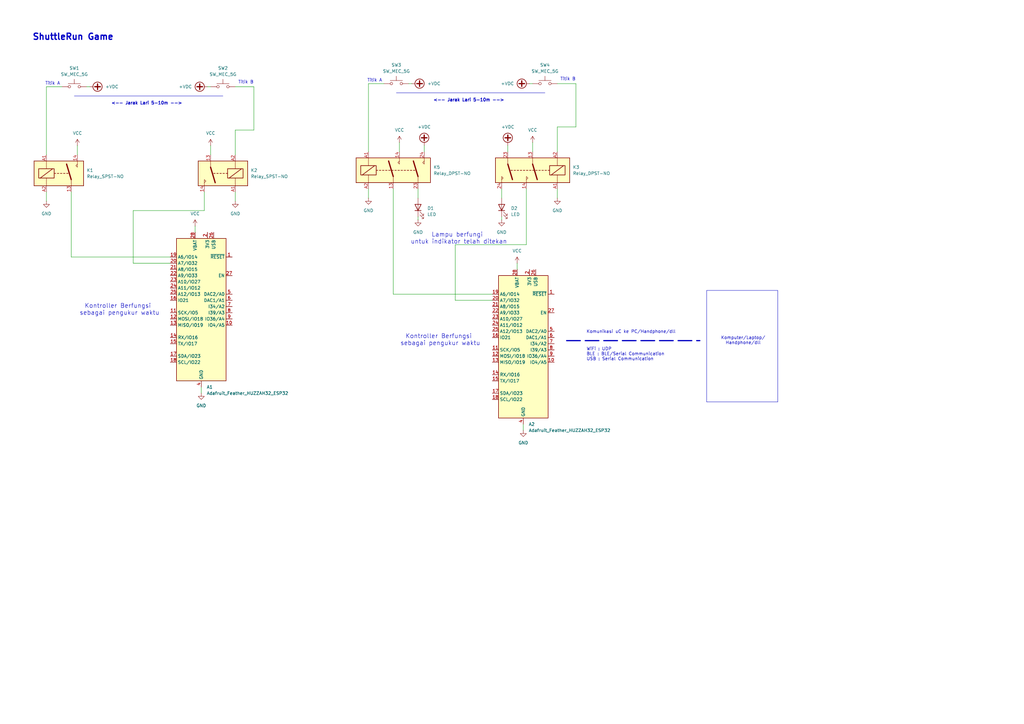
<source format=kicad_sch>
(kicad_sch (version 20231120) (generator "eeschema") (generator_version "8.0")
  (paper "A3")
  (lib_symbols
    (symbol "Device:LED" (pin_numbers hide) (pin_names (offset 1.016) hide)
      (property "Reference" "D" (at 0 2.54 0))
      (property "Value" "LED" (at 0 -2.54 0))
      (symbol "LED_0_1"
        (polyline (pts (xy -1.27 -1.27) (xy -1.27 1.27)) (stroke (width 0.254)))
        (polyline (pts (xy -1.27 0) (xy 1.27 0)))
        (polyline (pts (xy 1.27 -1.27) (xy 1.27 1.27) (xy -1.27 0) (xy 1.27 -1.27)) (stroke (width 0.254)))
        (polyline (pts (xy -3.048 -0.762) (xy -4.572 -2.286) (xy -3.81 -2.286) (xy -4.572 -2.286) (xy -4.572 -1.524)))
        (polyline (pts (xy -1.778 -0.762) (xy -3.302 -2.286) (xy -2.54 -2.286) (xy -3.302 -2.286) (xy -3.302 -1.524)))
      )
      (symbol "LED_1_1"
        (pin passive line (at -3.81 0 0) (length 2.54) (name "K") (number "1"))
        (pin passive line (at 3.81 0 180) (length 2.54) (name "A") (number "2"))
      )
    )
    (symbol "MCU_Module:Adafruit_Feather_HUZZAH32_ESP32"
      (property "Reference" "A" (at -10.16 29.21 0))
      (property "Value" "Adafruit_Feather_HUZZAH32_ESP32" (at 2.54 -31.75 0))
      (symbol "Adafruit_Feather_HUZZAH32_ESP32_0_1"
        (rectangle (start -10.16 27.94) (end 10.16 -30.48) (stroke (width 0.254)) (fill (type background)))
      )
      (symbol "Adafruit_Feather_HUZZAH32_ESP32_1_1"
        (pin input line (at 12.7 20.32 180) (length 2.54) (name "~{RESET}") (number "1"))
        (pin bidirectional line (at 12.7 -7.62 180) (length 2.54) (name "IO4/A5") (number "10"))
        (pin bidirectional line (at -12.7 -2.54 0) (length 2.54) (name "SCK/IO5") (number "11"))
        (pin bidirectional line (at -12.7 -5.08 0) (length 2.54) (name "MOSI/IO18") (number "12"))
        (pin bidirectional line (at -12.7 -7.62 0) (length 2.54) (name "MISO/IO19") (number "13"))
        (pin bidirectional line (at -12.7 -12.7 0) (length 2.54) (name "RX/IO16") (number "14"))
        (pin bidirectional line (at -12.7 -15.24 0) (length 2.54) (name "TX/IO17") (number "15"))
        (pin bidirectional line (at -12.7 2.54 0) (length 2.54) (name "IO21") (number "16"))
        (pin bidirectional line (at -12.7 -20.32 0) (length 2.54) (name "SDA/IO23") (number "17"))
        (pin bidirectional line (at -12.7 -22.86 0) (length 2.54) (name "SCL/IO22") (number "18"))
        (pin bidirectional line (at -12.7 20.32 0) (length 2.54) (name "A6/IO14") (number "19"))
        (pin power_in line (at 2.54 30.48 270) (length 2.54) (name "3V3") (number "2"))
        (pin bidirectional line (at -12.7 17.78 0) (length 2.54) (name "A7/IO32") (number "20"))
        (pin bidirectional line (at -12.7 15.24 0) (length 2.54) (name "A8/IO15") (number "21"))
        (pin bidirectional line (at -12.7 12.7 0) (length 2.54) (name "A9/IO33") (number "22"))
        (pin bidirectional line (at -12.7 10.16 0) (length 2.54) (name "A10/IO27") (number "23"))
        (pin bidirectional line (at -12.7 7.62 0) (length 2.54) (name "A11/IO12") (number "24"))
        (pin bidirectional line (at -12.7 5.08 0) (length 2.54) (name "A12/IO13") (number "25"))
        (pin power_in line (at 5.08 30.48 270) (length 2.54) (name "USB") (number "26"))
        (pin input line (at 12.7 12.7 180) (length 2.54) (name "EN") (number "27"))
        (pin power_in line (at -2.54 30.48 270) (length 2.54) (name "VBAT") (number "28"))
        (pin no_connect line (at 10.16 10.16 180) (length 2.54) hide (name "NC") (number "3"))
        (pin power_in line (at 0 -33.02 90) (length 2.54) (name "GND") (number "4"))
        (pin bidirectional line (at 12.7 5.08 180) (length 2.54) (name "DAC2/A0") (number "5"))
        (pin bidirectional line (at 12.7 2.54 180) (length 2.54) (name "DAC1/A1") (number "6"))
        (pin bidirectional line (at 12.7 0 180) (length 2.54) (name "I34/A2") (number "7"))
        (pin bidirectional line (at 12.7 -2.54 180) (length 2.54) (name "I39/A3") (number "8"))
        (pin bidirectional line (at 12.7 -5.08 180) (length 2.54) (name "IO36/A4") (number "9"))
      )
    )
    (symbol "Relay:Relay_DPST-NO"
      (property "Reference" "K" (at 16.51 3.81 0))
      (property "Value" "Relay_DPST-NO" (at 16.51 1.27 0))
      (symbol "Relay_DPST-NO_0_1"
        (rectangle (start -15.24 5.08) (end 15.24 -5.08) (stroke (width 0.254)) (fill (type background)))
        (rectangle (start -13.335 1.905) (end -6.985 -1.905) (stroke (width 0.254)))
        (polyline (pts (xy -12.7 -1.905) (xy -7.62 1.905)) (stroke (width 0.254)))
        (polyline (pts (xy -10.16 -5.08) (xy -10.16 -1.905)))
        (polyline (pts (xy -10.16 5.08) (xy -10.16 1.905)))
        (polyline (pts (xy -6.985 0) (xy -6.35 0)) (stroke (width 0.254)))
        (polyline (pts (xy -5.715 0) (xy -5.08 0)) (stroke (width 0.254)))
        (polyline (pts (xy -4.445 0) (xy -3.81 0)) (stroke (width 0.254)))
        (polyline (pts (xy -3.175 0) (xy -2.54 0)) (stroke (width 0.254)))
        (polyline (pts (xy -1.905 0) (xy -1.27 0)) (stroke (width 0.254)))
        (polyline (pts (xy -0.635 0) (xy 0 0)) (stroke (width 0.254)))
        (polyline (pts (xy 0 -2.54) (xy -1.905 3.81)) (stroke (width 0.508)))
        (polyline (pts (xy 0 -2.54) (xy 0 -5.08)))
        (polyline (pts (xy 0.635 0) (xy 1.27 0)) (stroke (width 0.254)))
        (polyline (pts (xy 1.905 0) (xy 2.54 0)) (stroke (width 0.254)))
        (polyline (pts (xy 3.175 0) (xy 3.81 0)) (stroke (width 0.254)))
        (polyline (pts (xy 4.445 0) (xy 5.08 0)) (stroke (width 0.254)))
        (polyline (pts (xy 5.715 0) (xy 6.35 0)) (stroke (width 0.254)))
        (polyline (pts (xy 6.985 0) (xy 7.62 0)) (stroke (width 0.254)))
        (polyline (pts (xy 8.255 0) (xy 8.89 0)) (stroke (width 0.254)))
        (polyline (pts (xy 10.16 -2.54) (xy 8.255 3.81)) (stroke (width 0.508)))
        (polyline (pts (xy 10.16 -2.54) (xy 10.16 -5.08)))
        (polyline (pts (xy 2.54 5.08) (xy 2.54 2.54) (xy 1.905 3.175) (xy 2.54 3.81)))
        (polyline (pts (xy 12.7 5.08) (xy 12.7 2.54) (xy 12.065 3.175) (xy 12.7 3.81)))
      )
      (symbol "Relay_DPST-NO_1_1"
        (pin passive line (at 0 -7.62 90) (length 2.54) (name "~") (number "13"))
        (pin passive line (at 2.54 7.62 270) (length 2.54) (name "~") (number "14"))
        (pin passive line (at 10.16 -7.62 90) (length 2.54) (name "~") (number "23"))
        (pin passive line (at 12.7 7.62 270) (length 2.54) (name "~") (number "24"))
        (pin passive line (at -10.16 7.62 270) (length 2.54) (name "~") (number "A1"))
        (pin passive line (at -10.16 -7.62 90) (length 2.54) (name "~") (number "A2"))
      )
    )
    (symbol "Relay:Relay_SPST-NO"
      (property "Reference" "K" (at 11.43 3.81 0))
      (property "Value" "Relay_SPST-NO" (at 11.43 1.27 0))
      (symbol "Relay_SPST-NO_0_0"
        (polyline (pts (xy 7.62 5.08) (xy 7.62 2.54) (xy 6.985 3.175) (xy 7.62 3.81)))
      )
      (symbol "Relay_SPST-NO_0_1"
        (rectangle (start -10.16 5.08) (end 10.16 -5.08) (stroke (width 0.254)) (fill (type background)))
        (rectangle (start -8.255 1.905) (end -1.905 -1.905) (stroke (width 0.254)))
        (polyline (pts (xy -7.62 -1.905) (xy -2.54 1.905)) (stroke (width 0.254)))
        (polyline (pts (xy -5.08 -5.08) (xy -5.08 -1.905)))
        (polyline (pts (xy -5.08 5.08) (xy -5.08 1.905)))
        (polyline (pts (xy -1.905 0) (xy -1.27 0)) (stroke (width 0.254)))
        (polyline (pts (xy -0.635 0) (xy 0 0)) (stroke (width 0.254)))
        (polyline (pts (xy 0.635 0) (xy 1.27 0)) (stroke (width 0.254)))
        (polyline (pts (xy 1.905 0) (xy 2.54 0)) (stroke (width 0.254)))
        (polyline (pts (xy 3.175 0) (xy 3.81 0)) (stroke (width 0.254)))
        (polyline (pts (xy 5.08 -2.54) (xy 3.175 3.81)) (stroke (width 0.508)))
        (polyline (pts (xy 5.08 -2.54) (xy 5.08 -5.08)))
      )
      (symbol "Relay_SPST-NO_1_1"
        (pin passive line (at 5.08 -7.62 90) (length 2.54) (name "~") (number "13"))
        (pin passive line (at 7.62 7.62 270) (length 2.54) (name "~") (number "14"))
        (pin passive line (at -5.08 7.62 270) (length 2.54) (name "~") (number "A1"))
        (pin passive line (at -5.08 -7.62 90) (length 2.54) (name "~") (number "A2"))
      )
    )
    (symbol "Switch:SW_MEC_5G" (pin_numbers hide) (pin_names (offset 1.016) hide)
      (property "Reference" "SW" (at 1.27 2.54 0))
      (property "Value" "SW_MEC_5G" (at 0 -1.524 0))
      (symbol "SW_MEC_5G_0_1"
        (circle (center -2.032 0) (radius 0.508))
        (polyline (pts (xy 0 1.27) (xy 0 3.048)))
        (polyline (pts (xy 2.54 1.27) (xy -2.54 1.27)))
        (circle (center 2.032 0) (radius 0.508))
        (pin passive line (at -5.08 0 0) (length 2.54) (name "A") (number "1"))
        (pin passive line (at 5.08 0 180) (length 2.54) (name "B") (number "3"))
      )
      (symbol "SW_MEC_5G_1_1"
        (pin passive line (at -5.08 0 0) (length 2.54) hide (name "A") (number "2"))
        (pin passive line (at 5.08 0 180) (length 2.54) hide (name "B") (number "4"))
      )
    )
    (symbol "power:+VDC" (power) (pin_numbers hide) (pin_names (offset 0) hide)
      (property "Value" "+VDC" (at 0 6.35 0))
      (symbol "+VDC_0_1"
        (polyline (pts (xy -1.143 3.175) (xy 1.143 3.175)) (stroke (width 0.508)))
        (polyline (pts (xy 0 0) (xy 0 1.27)))
        (polyline (pts (xy 0 2.032) (xy 0 4.318)) (stroke (width 0.508)))
        (circle (center 0 3.175) (radius 1.905) (stroke (width 0.254)))
      )
      (symbol "+VDC_1_1"
        (pin power_in line (at 0 0 90) (length 0) (name "~") (number "1"))
      )
    )
    (symbol "power:GND" (power) (pin_numbers hide) (pin_names (offset 0) hide)
      (property "Value" "GND" (at 0 -3.81 0))
      (symbol "GND_0_1"
        (polyline (pts (xy 0 0) (xy 0 -1.27) (xy 1.27 -1.27) (xy 0 -2.54) (xy -1.27 -1.27) (xy 0 -1.27)))
      )
      (symbol "GND_1_1"
        (pin power_in line (at 0 0 270) (length 0) (name "~") (number "1"))
      )
    )
    (symbol "power:VCC" (power) (pin_numbers hide) (pin_names (offset 0) hide)
      (property "Value" "VCC" (at 0 3.556 0))
      (symbol "VCC_0_1"
        (polyline (pts (xy -0.762 1.27) (xy 0 2.54)))
        (polyline (pts (xy 0 0) (xy 0 2.54)))
        (polyline (pts (xy 0 2.54) (xy 0.762 1.27)))
      )
      (symbol "VCC_1_1"
        (pin power_in line (at 0 0 90) (length 0) (name "~") (number "1"))
      )
    )
  )
  (polyline (pts (xy 232.41 139.7) (xy 287.02 139.7)) (stroke (width 0.508) (type dash)))
  (wire (pts (xy 83.82 78.74) (xy 83.82 86.36)))
  (wire (pts (xy 228.6 62.23) (xy 228.6 52.07)))
  (wire (pts (xy 163.83 58.42) (xy 163.83 62.23)))
  (wire (pts (xy 96.52 53.34) (xy 104.14 53.34)))
  (wire (pts (xy 167.64 34.29) (xy 168.91 34.29)))
  (wire (pts (xy 82.55 158.75) (xy 82.55 161.29)))
  (wire (pts (xy 83.82 86.36) (xy 54.61 86.36)))
  (polyline (pts (xy 162.56 38.1) (xy 223.52 38.1)))
  (wire (pts (xy 80.01 92.71) (xy 80.01 95.25)))
  (wire (pts (xy 104.14 53.34) (xy 104.14 35.56)))
  (wire (pts (xy 54.61 107.95) (xy 69.85 107.95)))
  (polyline (pts (xy 30.48 39.37) (xy 91.44 39.37)))
  (wire (pts (xy 19.05 78.74) (xy 19.05 82.55)))
  (wire (pts (xy 54.61 86.36) (xy 54.61 107.95)))
  (wire (pts (xy 96.52 78.74) (xy 96.52 82.55)))
  (wire (pts (xy 228.6 77.47) (xy 228.6 81.28)))
  (wire (pts (xy 29.21 78.74) (xy 29.21 105.41)))
  (wire (pts (xy 171.45 88.9) (xy 171.45 90.17)))
  (wire (pts (xy 171.45 77.47) (xy 171.45 81.28)))
  (wire (pts (xy 215.9 100.33) (xy 186.69 100.33)))
  (wire (pts (xy 205.74 77.47) (xy 205.74 81.28)))
  (wire (pts (xy 228.6 52.07) (xy 236.22 52.07)))
  (wire (pts (xy 19.05 35.56) (xy 19.05 63.5)))
  (wire (pts (xy 29.21 105.41) (xy 69.85 105.41)))
  (wire (pts (xy 161.29 120.65) (xy 201.93 120.65)))
  (wire (pts (xy 86.36 59.69) (xy 86.36 63.5)))
  (wire (pts (xy 96.52 35.56) (xy 104.14 35.56)))
  (wire (pts (xy 151.13 77.47) (xy 151.13 81.28)))
  (wire (pts (xy 208.28 59.69) (xy 208.28 62.23)))
  (wire (pts (xy 215.9 77.47) (xy 215.9 100.33)))
  (wire (pts (xy 217.17 34.29) (xy 218.44 34.29)))
  (wire (pts (xy 35.56 35.56) (xy 36.83 35.56)))
  (wire (pts (xy 205.74 88.9) (xy 205.74 90.17)))
  (wire (pts (xy 31.75 59.69) (xy 31.75 63.5)))
  (wire (pts (xy 212.09 107.95) (xy 212.09 110.49)))
  (wire (pts (xy 186.69 123.19) (xy 201.93 123.19)))
  (wire (pts (xy 218.44 58.42) (xy 218.44 62.23)))
  (wire (pts (xy 19.05 35.56) (xy 25.4 35.56)))
  (wire (pts (xy 173.99 59.69) (xy 173.99 62.23)))
  (wire (pts (xy 214.63 173.99) (xy 214.63 176.53)))
  (wire (pts (xy 236.22 52.07) (xy 236.22 34.29)))
  (wire (pts (xy 151.13 34.29) (xy 151.13 62.23)))
  (wire (pts (xy 96.52 63.5) (xy 96.52 53.34)))
  (wire (pts (xy 151.13 34.29) (xy 157.48 34.29)))
  (wire (pts (xy 186.69 100.33) (xy 186.69 123.19)))
  (wire (pts (xy 85.09 35.56) (xy 86.36 35.56)))
  (wire (pts (xy 161.29 77.47) (xy 161.29 120.65)))
  (wire (pts (xy 228.6 34.29) (xy 236.22 34.29)))
  (rectangle (start 289.814 119.126) (end 319.024 164.846))
  (text "ShuttleRun Game\n" (at 29.972 15.24 0) (effects (font (size 2.54 2.54) (thickness 0.508) (bold yes))))
  (text "Titik B\n" (at 100.838 33.782 0) (effects (font (size 1.27 1.27))))
  (text "Titik A" (at 21.59 34.29 0) (effects (font (size 1.27 1.27))))
  (text "<-- Jarak Lari 5-10m -->" (at 60.198 42.418 0) (effects (font (size 1.27 1.27) (thickness 0.254) (bold yes))))
  (text "Titik A" (at 153.67 33.02 0) (effects (font (size 1.27 1.27))))
  (text "Kontroller Berfungsi \nsebagai pengukur waktu" (at 180.594 139.446 0) (effects (font (size 1.778 1.778))))
  (text "Titik B\n" (at 232.918 32.512 0) (effects (font (size 1.27 1.27))))
  (text "Komunikasi uC ke PC/Handphone/dll" (at 258.826 136.144 0) (effects (font (size 1.27 1.27))))
  (text "Komputer/Laptop/\nHandphone/dll\n" (at 304.8 139.7 0) (effects (font (size 1.27 1.27))))
  (text "<-- Jarak Lari 5-10m -->" (at 192.278 41.148 0) (effects (font (size 1.27 1.27) (thickness 0.254) (bold yes))))
  (text "Kontroller Berfungsi \nsebagai pengukur waktu" (at 49.022 127 0) (effects (font (size 1.778 1.778))))
  (text "WiFi : UDP\nBLE : BLE/Serial Communication\nUSB : Serial Communication" (at 240.538 145.288 0) (effects (font (size 1.27 1.27)) (justify left)))
  (text "Lampu berfungi \nuntuk indikator telah ditekan\n" (at 188.214 97.79 0) (effects (font (size 1.778 1.778))))
  (symbol (lib_id "MCU_Module:Adafruit_Feather_HUZZAH32_ESP32") (at 214.63 140.97 0) (unit 1)
    (property "Reference" "A2" (at 216.8241 173.99 0) (effects (justify left)))
    (property "Value" "Adafruit_Feather_HUZZAH32_ESP32" (at 216.8241 176.53 0) (effects (justify left)))
    (property "Footprint" "Module:Adafruit_Feather" (effects (hide yes)))
    (property "Datasheet" "https://cdn-learn.adafruit.com/downloads/pdf/adafruit-huzzah32-esp32-feather.pdf" (effects (hide yes)))
    (property "Description" "Microcontroller module with ESP32 MCU" (effects (hide yes)))
  )
  (symbol (lib_id "power:VCC") (at 31.75 59.69 0) (unit 1)
    (property "Reference" "#PWR03" (effects (hide yes)))
    (property "Value" "VCC" (at 31.75 54.61 0))
    (property "Description" "Power symbol creates a global label with name \"VCC\"" (effects (hide yes)))
  )
  (symbol (lib_id "power:GND") (at 171.45 90.17 0) (unit 1)
    (property "Reference" "#PWR019" (effects (hide yes)))
    (property "Value" "GND" (at 171.45 95.25 0))
    (property "Description" "Power symbol creates a global label with name \"GND\" , ground" (effects (hide yes)))
  )
  (symbol (lib_id "MCU_Module:Adafruit_Feather_HUZZAH32_ESP32") (at 82.55 125.73 0) (unit 1)
    (property "Reference" "A1" (at 84.7441 158.75 0) (effects (justify left)))
    (property "Value" "Adafruit_Feather_HUZZAH32_ESP32" (at 84.7441 161.29 0) (effects (justify left)))
    (property "Footprint" "Module:Adafruit_Feather" (effects (hide yes)))
    (property "Datasheet" "https://cdn-learn.adafruit.com/downloads/pdf/adafruit-huzzah32-esp32-feather.pdf" (effects (hide yes)))
    (property "Description" "Microcontroller module with ESP32 MCU" (effects (hide yes)))
  )
  (symbol (lib_id "power:+VDC") (at 173.99 59.69 0) (unit 1)
    (property "Reference" "#PWR017" (effects (hide yes)))
    (property "Value" "+VDC" (at 173.99 52.07 0))
    (property "Description" "Power symbol creates a global label with name \"+VDC\"" (effects (hide yes)))
  )
  (symbol (lib_id "Device:LED") (at 205.74 85.09 90) (unit 1)
    (property "Reference" "D2" (at 209.55 85.4074 90) (effects (justify right)))
    (property "Value" "LED" (at 209.55 87.9474 90) (effects (justify right)))
    (property "Description" "Light emitting diode" (effects (hide yes)))
  )
  (symbol (lib_id "Relay:Relay_SPST-NO") (at 24.13 71.12 0) (unit 1)
    (property "Reference" "K1" (at 35.56 69.8499 0) (effects (justify left)))
    (property "Value" "Relay_SPST-NO" (at 35.56 72.3899 0) (effects (justify left)))
    (property "Description" "Relay SPST, Normally Open, EN50005" (effects (hide yes)))
  )
  (symbol (lib_id "power:+VDC") (at 36.83 35.56 270) (unit 1)
    (property "Reference" "#PWR01" (effects (hide yes)))
    (property "Value" "+VDC" (at 43.18 35.5599 90) (effects (justify left)))
    (property "Description" "Power symbol creates a global label with name \"+VDC\"" (effects (hide yes)))
  )
  (symbol (lib_id "power:GND") (at 214.63 176.53 0) (unit 1)
    (property "Reference" "#PWR013" (effects (hide yes)))
    (property "Value" "GND" (at 214.63 181.61 0))
    (property "Description" "Power symbol creates a global label with name \"GND\" , ground" (effects (hide yes)))
  )
  (symbol (lib_id "power:VCC") (at 218.44 58.42 0) (unit 1)
    (property "Reference" "#PWR015" (effects (hide yes)))
    (property "Value" "VCC" (at 218.44 53.34 0))
    (property "Description" "Power symbol creates a global label with name \"VCC\"" (effects (hide yes)))
  )
  (symbol (lib_id "Relay:Relay_SPST-NO") (at 91.44 71.12 180) (unit 1)
    (property "Reference" "K2" (at 102.87 69.8499 0) (effects (justify right)))
    (property "Value" "Relay_SPST-NO" (at 102.87 72.3899 0) (effects (justify right)))
    (property "Description" "Relay SPST, Normally Open, EN50005" (effects (hide yes)))
  )
  (symbol (lib_id "power:GND") (at 19.05 82.55 0) (unit 1)
    (property "Reference" "#PWR05" (effects (hide yes)))
    (property "Value" "GND" (at 19.05 87.63 0))
    (property "Description" "Power symbol creates a global label with name \"GND\" , ground" (effects (hide yes)))
  )
  (symbol (lib_id "power:VCC") (at 163.83 58.42 0) (unit 1)
    (property "Reference" "#PWR010" (effects (hide yes)))
    (property "Value" "VCC" (at 163.83 53.34 0))
    (property "Description" "Power symbol creates a global label with name \"VCC\"" (effects (hide yes)))
  )
  (symbol (lib_id "power:GND") (at 151.13 81.28 0) (unit 1)
    (property "Reference" "#PWR09" (effects (hide yes)))
    (property "Value" "GND" (at 151.13 86.36 0))
    (property "Description" "Power symbol creates a global label with name \"GND\" , ground" (effects (hide yes)))
  )
  (symbol (lib_id "Switch:SW_MEC_5G") (at 162.56 34.29 0) (unit 1)
    (property "Reference" "SW3" (at 162.56 26.67 0))
    (property "Value" "SW_MEC_5G" (at 162.56 29.21 0))
    (property "Datasheet" "http://www.apem.com/int/index.php?controller=attachment&id_attachment=488" (effects (hide yes)))
    (property "Description" "MEC 5G single pole normally-open tactile switch" (effects (hide yes)))
  )
  (symbol (lib_id "power:+VDC") (at 85.09 35.56 90) (unit 1)
    (property "Reference" "#PWR02" (effects (hide yes)))
    (property "Value" "+VDC" (at 78.74 35.5599 90) (effects (justify left)))
    (property "Description" "Power symbol creates a global label with name \"+VDC\"" (effects (hide yes)))
  )
  (symbol (lib_id "Relay:Relay_DPST-NO") (at 161.29 69.85 0) (unit 1)
    (property "Reference" "K5" (at 177.8 68.5799 0) (effects (justify left)))
    (property "Value" "Relay_DPST-NO" (at 177.8 71.1199 0) (effects (justify left)))
    (property "Description" "Monostable Relay DPST, Normally Open, EN50005" (effects (hide yes)))
  )
  (symbol (lib_id "Relay:Relay_DPST-NO") (at 218.44 69.85 180) (unit 1)
    (property "Reference" "K3" (at 234.95 68.5799 0) (effects (justify right)))
    (property "Value" "Relay_DPST-NO" (at 234.95 71.1199 0) (effects (justify right)))
    (property "Description" "Monostable Relay DPST, Normally Open, EN50005" (effects (hide yes)))
  )
  (symbol (lib_id "power:+VDC") (at 208.28 59.69 0) (unit 1)
    (property "Reference" "#PWR018" (effects (hide yes)))
    (property "Value" "+VDC" (at 208.28 52.07 0))
    (property "Description" "Power symbol creates a global label with name \"+VDC\"" (effects (hide yes)))
  )
  (symbol (lib_id "Switch:SW_MEC_5G") (at 223.52 34.29 0) (unit 1)
    (property "Reference" "SW4" (at 223.52 26.67 0))
    (property "Value" "SW_MEC_5G" (at 223.52 29.21 0))
    (property "Datasheet" "http://www.apem.com/int/index.php?controller=attachment&id_attachment=488" (effects (hide yes)))
    (property "Description" "MEC 5G single pole normally-open tactile switch" (effects (hide yes)))
  )
  (symbol (lib_id "Switch:SW_MEC_5G") (at 30.48 35.56 0) (unit 1)
    (property "Reference" "SW1" (at 30.48 27.94 0))
    (property "Value" "SW_MEC_5G" (at 30.48 30.48 0))
    (property "Datasheet" "http://www.apem.com/int/index.php?controller=attachment&id_attachment=488" (effects (hide yes)))
    (property "Description" "MEC 5G single pole normally-open tactile switch" (effects (hide yes)))
  )
  (symbol (lib_id "Switch:SW_MEC_5G") (at 91.44 35.56 0) (unit 1)
    (property "Reference" "SW2" (at 91.44 27.94 0))
    (property "Value" "SW_MEC_5G" (at 91.44 30.48 0))
    (property "Datasheet" "http://www.apem.com/int/index.php?controller=attachment&id_attachment=488" (effects (hide yes)))
    (property "Description" "MEC 5G single pole normally-open tactile switch" (effects (hide yes)))
  )
  (symbol (lib_id "power:VCC") (at 80.01 92.71 0) (unit 1)
    (property "Reference" "#PWR07" (effects (hide yes)))
    (property "Value" "VCC" (at 80.01 87.63 0))
    (property "Description" "Power symbol creates a global label with name \"VCC\"" (effects (hide yes)))
  )
  (symbol (lib_id "power:GND") (at 205.74 90.17 0) (unit 1)
    (property "Reference" "#PWR020" (effects (hide yes)))
    (property "Value" "GND" (at 205.74 95.25 0))
    (property "Description" "Power symbol creates a global label with name \"GND\" , ground" (effects (hide yes)))
  )
  (symbol (lib_id "power:GND") (at 96.52 82.55 0) (unit 1)
    (property "Reference" "#PWR06" (effects (hide yes)))
    (property "Value" "GND" (at 96.52 87.63 0))
    (property "Description" "Power symbol creates a global label with name \"GND\" , ground" (effects (hide yes)))
  )
  (symbol (lib_id "power:GND") (at 82.55 161.29 0) (unit 1)
    (property "Reference" "#PWR08" (effects (hide yes)))
    (property "Value" "GND" (at 82.55 166.37 0))
    (property "Description" "Power symbol creates a global label with name \"GND\" , ground" (effects (hide yes)))
  )
  (symbol (lib_id "power:VCC") (at 86.36 59.69 0) (unit 1)
    (property "Reference" "#PWR04" (effects (hide yes)))
    (property "Value" "VCC" (at 86.36 54.61 0))
    (property "Description" "Power symbol creates a global label with name \"VCC\"" (effects (hide yes)))
  )
  (symbol (lib_id "power:+VDC") (at 217.17 34.29 90) (unit 1)
    (property "Reference" "#PWR014" (effects (hide yes)))
    (property "Value" "+VDC" (at 210.82 34.2899 90) (effects (justify left)))
    (property "Description" "Power symbol creates a global label with name \"+VDC\"" (effects (hide yes)))
  )
  (symbol (lib_id "power:+VDC") (at 168.91 34.29 270) (unit 1)
    (property "Reference" "#PWR011" (effects (hide yes)))
    (property "Value" "+VDC" (at 175.26 34.2899 90) (effects (justify left)))
    (property "Description" "Power symbol creates a global label with name \"+VDC\"" (effects (hide yes)))
  )
  (symbol (lib_id "Device:LED") (at 171.45 85.09 90) (unit 1)
    (property "Reference" "D1" (at 175.26 85.4074 90) (effects (justify right)))
    (property "Value" "LED" (at 175.26 87.9474 90) (effects (justify right)))
    (property "Description" "Light emitting diode" (effects (hide yes)))
  )
  (symbol (lib_id "power:GND") (at 228.6 81.28 0) (unit 1)
    (property "Reference" "#PWR016" (effects (hide yes)))
    (property "Value" "GND" (at 228.6 86.36 0))
    (property "Description" "Power symbol creates a global label with name \"GND\" , ground" (effects (hide yes)))
  )
  (symbol (lib_id "power:VCC") (at 212.09 107.95 0) (unit 1)
    (property "Reference" "#PWR012" (effects (hide yes)))
    (property "Value" "VCC" (at 212.09 102.87 0))
    (property "Description" "Power symbol creates a global label with name \"VCC\"" (effects (hide yes)))
  )
)
</source>
